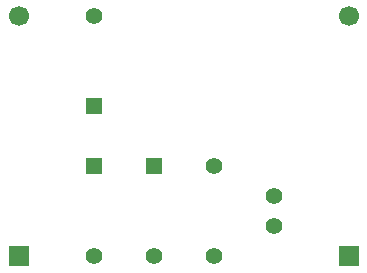
<source format=gtl>
G04 (created by PCBNEW (2013-jul-07)-stable) date Sun 08 Feb 2015 22:31:34 GMT*
%MOIN*%
G04 Gerber Fmt 3.4, Leading zero omitted, Abs format*
%FSLAX34Y34*%
G01*
G70*
G90*
G04 APERTURE LIST*
%ADD10C,0.00590551*%
%ADD11C,0.055*%
%ADD12C,0.0669291*%
%ADD13R,0.0669291X0.0669291*%
%ADD14R,0.055X0.055*%
G04 APERTURE END LIST*
G54D10*
G54D11*
X83000Y-58000D03*
X83000Y-61000D03*
G54D12*
X76500Y-53000D03*
G54D13*
X76500Y-61000D03*
G54D12*
X87500Y-53000D03*
G54D13*
X87500Y-61000D03*
G54D14*
X81000Y-58000D03*
G54D11*
X81000Y-61000D03*
G54D14*
X79000Y-58000D03*
G54D11*
X79000Y-61000D03*
G54D14*
X79000Y-56000D03*
G54D11*
X79000Y-53000D03*
X85000Y-59000D03*
X85000Y-60000D03*
M02*

</source>
